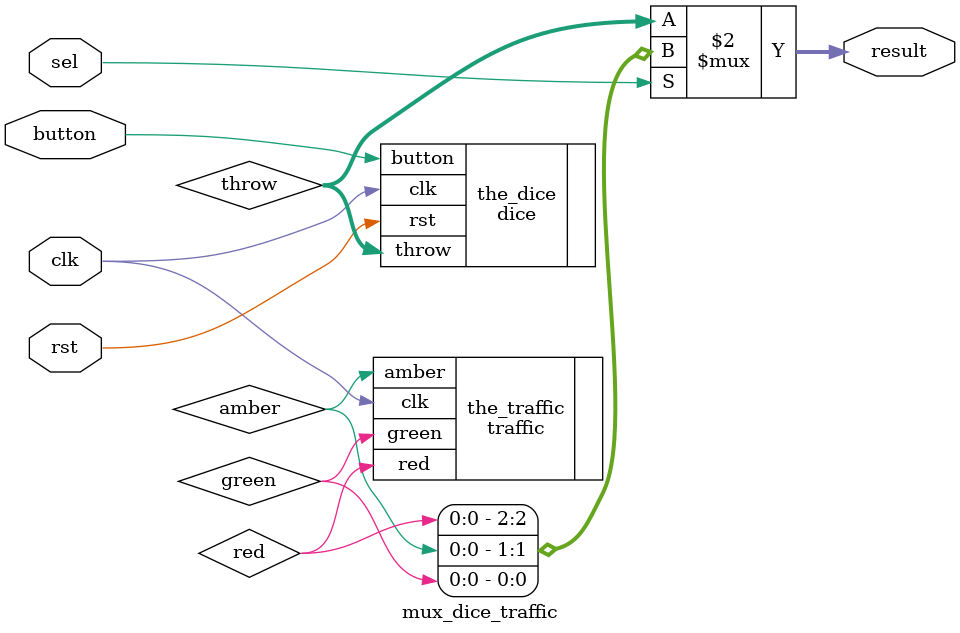
<source format=v>


`timescale 1ns / 100ps

module mux_dice_traffic(rst,clk,button,sel,result);
    //Todo: define inputs here
	input rst; 
	input clk;
 	input button;
	input sel;
	output [2:0]result;
    
    //Todo: define registers and wires here
 	wire red;
	wire amber;
	wire green;
	wire [2:0]throw;
	

	
	assign  result = (sel==0)?throw:{red, amber, green};
	 
	
	dice the_dice(.rst(rst),.clk(clk),.button(button),.throw(throw));

	traffic the_traffic(.clk(clk),.red(red),.amber(amber),.green(green)); 

endmodule


</source>
